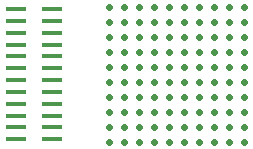
<source format=gbr>
G04 EAGLE Gerber RS-274X export*
G75*
%MOMM*%
%FSLAX34Y34*%
%LPD*%
%INSolderpaste Top*%
%IPPOS*%
%AMOC8*
5,1,8,0,0,1.08239X$1,22.5*%
G01*
%ADD10R,1.727200X0.330200*%
%ADD11C,0.554400*%


D10*
X34290Y165862D03*
X64770Y165862D03*
X34290Y176022D03*
X64770Y176022D03*
X34290Y185928D03*
X64770Y185928D03*
X34290Y196088D03*
X64770Y196088D03*
X34290Y205994D03*
X64770Y205994D03*
X34290Y215900D03*
X64770Y215900D03*
X34290Y226060D03*
X64770Y226060D03*
X34290Y235966D03*
X64770Y235966D03*
X34290Y245872D03*
X64770Y245872D03*
X34290Y256032D03*
X64770Y256032D03*
X34290Y265938D03*
X64770Y265938D03*
X34290Y276098D03*
X64770Y276098D03*
D11*
X113053Y163345D02*
X113109Y163345D01*
X113053Y163345D02*
X113053Y163401D01*
X113109Y163401D01*
X113109Y163345D01*
X125753Y163345D02*
X125809Y163345D01*
X125753Y163345D02*
X125753Y163401D01*
X125809Y163401D01*
X125809Y163345D01*
X138453Y163345D02*
X138509Y163345D01*
X138453Y163345D02*
X138453Y163401D01*
X138509Y163401D01*
X138509Y163345D01*
X151153Y163345D02*
X151209Y163345D01*
X151153Y163345D02*
X151153Y163401D01*
X151209Y163401D01*
X151209Y163345D01*
X163853Y163345D02*
X163909Y163345D01*
X163853Y163345D02*
X163853Y163401D01*
X163909Y163401D01*
X163909Y163345D01*
X176553Y163345D02*
X176609Y163345D01*
X176553Y163345D02*
X176553Y163401D01*
X176609Y163401D01*
X176609Y163345D01*
X189253Y163345D02*
X189309Y163345D01*
X189253Y163345D02*
X189253Y163401D01*
X189309Y163401D01*
X189309Y163345D01*
X201953Y163345D02*
X202009Y163345D01*
X201953Y163345D02*
X201953Y163401D01*
X202009Y163401D01*
X202009Y163345D01*
X214653Y163345D02*
X214709Y163345D01*
X214653Y163345D02*
X214653Y163401D01*
X214709Y163401D01*
X214709Y163345D01*
X227353Y163345D02*
X227409Y163345D01*
X227353Y163345D02*
X227353Y163401D01*
X227409Y163401D01*
X227409Y163345D01*
X227409Y176045D02*
X227353Y176045D01*
X227353Y176101D01*
X227409Y176101D01*
X227409Y176045D01*
X214709Y176045D02*
X214653Y176045D01*
X214653Y176101D01*
X214709Y176101D01*
X214709Y176045D01*
X202009Y176045D02*
X201953Y176045D01*
X201953Y176101D01*
X202009Y176101D01*
X202009Y176045D01*
X189309Y176045D02*
X189253Y176045D01*
X189253Y176101D01*
X189309Y176101D01*
X189309Y176045D01*
X176609Y176045D02*
X176553Y176045D01*
X176553Y176101D01*
X176609Y176101D01*
X176609Y176045D01*
X163909Y176045D02*
X163853Y176045D01*
X163853Y176101D01*
X163909Y176101D01*
X163909Y176045D01*
X151209Y176045D02*
X151153Y176045D01*
X151153Y176101D01*
X151209Y176101D01*
X151209Y176045D01*
X138509Y176045D02*
X138453Y176045D01*
X138453Y176101D01*
X138509Y176101D01*
X138509Y176045D01*
X125809Y176045D02*
X125753Y176045D01*
X125753Y176101D01*
X125809Y176101D01*
X125809Y176045D01*
X113109Y176045D02*
X113053Y176045D01*
X113053Y176101D01*
X113109Y176101D01*
X113109Y176045D01*
X113109Y188745D02*
X113053Y188745D01*
X113053Y188801D01*
X113109Y188801D01*
X113109Y188745D01*
X125753Y188745D02*
X125809Y188745D01*
X125753Y188745D02*
X125753Y188801D01*
X125809Y188801D01*
X125809Y188745D01*
X138453Y188745D02*
X138509Y188745D01*
X138453Y188745D02*
X138453Y188801D01*
X138509Y188801D01*
X138509Y188745D01*
X151153Y188745D02*
X151209Y188745D01*
X151153Y188745D02*
X151153Y188801D01*
X151209Y188801D01*
X151209Y188745D01*
X163853Y188745D02*
X163909Y188745D01*
X163853Y188745D02*
X163853Y188801D01*
X163909Y188801D01*
X163909Y188745D01*
X176553Y188745D02*
X176609Y188745D01*
X176553Y188745D02*
X176553Y188801D01*
X176609Y188801D01*
X176609Y188745D01*
X189253Y188745D02*
X189309Y188745D01*
X189253Y188745D02*
X189253Y188801D01*
X189309Y188801D01*
X189309Y188745D01*
X201953Y188745D02*
X202009Y188745D01*
X201953Y188745D02*
X201953Y188801D01*
X202009Y188801D01*
X202009Y188745D01*
X214653Y188745D02*
X214709Y188745D01*
X214653Y188745D02*
X214653Y188801D01*
X214709Y188801D01*
X214709Y188745D01*
X227353Y188745D02*
X227409Y188745D01*
X227353Y188745D02*
X227353Y188801D01*
X227409Y188801D01*
X227409Y188745D01*
X227409Y201445D02*
X227353Y201445D01*
X227353Y201501D01*
X227409Y201501D01*
X227409Y201445D01*
X214709Y201445D02*
X214653Y201445D01*
X214653Y201501D01*
X214709Y201501D01*
X214709Y201445D01*
X202009Y201445D02*
X201953Y201445D01*
X201953Y201501D01*
X202009Y201501D01*
X202009Y201445D01*
X189309Y201445D02*
X189253Y201445D01*
X189253Y201501D01*
X189309Y201501D01*
X189309Y201445D01*
X176609Y201445D02*
X176553Y201445D01*
X176553Y201501D01*
X176609Y201501D01*
X176609Y201445D01*
X163909Y201445D02*
X163853Y201445D01*
X163853Y201501D01*
X163909Y201501D01*
X163909Y201445D01*
X151209Y201445D02*
X151153Y201445D01*
X151153Y201501D01*
X151209Y201501D01*
X151209Y201445D01*
X138509Y201445D02*
X138453Y201445D01*
X138453Y201501D01*
X138509Y201501D01*
X138509Y201445D01*
X125809Y201445D02*
X125753Y201445D01*
X125753Y201501D01*
X125809Y201501D01*
X125809Y201445D01*
X113109Y201445D02*
X113053Y201445D01*
X113053Y201501D01*
X113109Y201501D01*
X113109Y201445D01*
X113109Y214145D02*
X113053Y214145D01*
X113053Y214201D01*
X113109Y214201D01*
X113109Y214145D01*
X125753Y214145D02*
X125809Y214145D01*
X125753Y214145D02*
X125753Y214201D01*
X125809Y214201D01*
X125809Y214145D01*
X138453Y214145D02*
X138509Y214145D01*
X138453Y214145D02*
X138453Y214201D01*
X138509Y214201D01*
X138509Y214145D01*
X151153Y214145D02*
X151209Y214145D01*
X151153Y214145D02*
X151153Y214201D01*
X151209Y214201D01*
X151209Y214145D01*
X163853Y214145D02*
X163909Y214145D01*
X163853Y214145D02*
X163853Y214201D01*
X163909Y214201D01*
X163909Y214145D01*
X176553Y214145D02*
X176609Y214145D01*
X176553Y214145D02*
X176553Y214201D01*
X176609Y214201D01*
X176609Y214145D01*
X189253Y214145D02*
X189309Y214145D01*
X189253Y214145D02*
X189253Y214201D01*
X189309Y214201D01*
X189309Y214145D01*
X201953Y214145D02*
X202009Y214145D01*
X201953Y214145D02*
X201953Y214201D01*
X202009Y214201D01*
X202009Y214145D01*
X214653Y214145D02*
X214709Y214145D01*
X214653Y214145D02*
X214653Y214201D01*
X214709Y214201D01*
X214709Y214145D01*
X227353Y214145D02*
X227409Y214145D01*
X227353Y214145D02*
X227353Y214201D01*
X227409Y214201D01*
X227409Y214145D01*
X227409Y226845D02*
X227353Y226845D01*
X227353Y226901D01*
X227409Y226901D01*
X227409Y226845D01*
X214709Y226845D02*
X214653Y226845D01*
X214653Y226901D01*
X214709Y226901D01*
X214709Y226845D01*
X202009Y226845D02*
X201953Y226845D01*
X201953Y226901D01*
X202009Y226901D01*
X202009Y226845D01*
X189309Y226845D02*
X189253Y226845D01*
X189253Y226901D01*
X189309Y226901D01*
X189309Y226845D01*
X176609Y226845D02*
X176553Y226845D01*
X176553Y226901D01*
X176609Y226901D01*
X176609Y226845D01*
X163909Y226845D02*
X163853Y226845D01*
X163853Y226901D01*
X163909Y226901D01*
X163909Y226845D01*
X151209Y226845D02*
X151153Y226845D01*
X151153Y226901D01*
X151209Y226901D01*
X151209Y226845D01*
X138509Y226845D02*
X138453Y226845D01*
X138453Y226901D01*
X138509Y226901D01*
X138509Y226845D01*
X125809Y226845D02*
X125753Y226845D01*
X125753Y226901D01*
X125809Y226901D01*
X125809Y226845D01*
X113109Y226845D02*
X113053Y226845D01*
X113053Y226901D01*
X113109Y226901D01*
X113109Y226845D01*
X113109Y239545D02*
X113053Y239545D01*
X113053Y239601D01*
X113109Y239601D01*
X113109Y239545D01*
X125753Y239545D02*
X125809Y239545D01*
X125753Y239545D02*
X125753Y239601D01*
X125809Y239601D01*
X125809Y239545D01*
X138453Y239545D02*
X138509Y239545D01*
X138453Y239545D02*
X138453Y239601D01*
X138509Y239601D01*
X138509Y239545D01*
X151153Y239545D02*
X151209Y239545D01*
X151153Y239545D02*
X151153Y239601D01*
X151209Y239601D01*
X151209Y239545D01*
X163853Y239545D02*
X163909Y239545D01*
X163853Y239545D02*
X163853Y239601D01*
X163909Y239601D01*
X163909Y239545D01*
X176553Y239545D02*
X176609Y239545D01*
X176553Y239545D02*
X176553Y239601D01*
X176609Y239601D01*
X176609Y239545D01*
X189253Y239545D02*
X189309Y239545D01*
X189253Y239545D02*
X189253Y239601D01*
X189309Y239601D01*
X189309Y239545D01*
X201953Y239545D02*
X202009Y239545D01*
X201953Y239545D02*
X201953Y239601D01*
X202009Y239601D01*
X202009Y239545D01*
X214653Y239545D02*
X214709Y239545D01*
X214653Y239545D02*
X214653Y239601D01*
X214709Y239601D01*
X214709Y239545D01*
X227353Y239545D02*
X227409Y239545D01*
X227353Y239545D02*
X227353Y239601D01*
X227409Y239601D01*
X227409Y239545D01*
X227409Y252245D02*
X227353Y252245D01*
X227353Y252301D01*
X227409Y252301D01*
X227409Y252245D01*
X214709Y252245D02*
X214653Y252245D01*
X214653Y252301D01*
X214709Y252301D01*
X214709Y252245D01*
X202009Y252245D02*
X201953Y252245D01*
X201953Y252301D01*
X202009Y252301D01*
X202009Y252245D01*
X189309Y252245D02*
X189253Y252245D01*
X189253Y252301D01*
X189309Y252301D01*
X189309Y252245D01*
X176609Y252245D02*
X176553Y252245D01*
X176553Y252301D01*
X176609Y252301D01*
X176609Y252245D01*
X163909Y252245D02*
X163853Y252245D01*
X163853Y252301D01*
X163909Y252301D01*
X163909Y252245D01*
X151209Y252245D02*
X151153Y252245D01*
X151153Y252301D01*
X151209Y252301D01*
X151209Y252245D01*
X138509Y252245D02*
X138453Y252245D01*
X138453Y252301D01*
X138509Y252301D01*
X138509Y252245D01*
X125809Y252245D02*
X125753Y252245D01*
X125753Y252301D01*
X125809Y252301D01*
X125809Y252245D01*
X113109Y252245D02*
X113053Y252245D01*
X113053Y252301D01*
X113109Y252301D01*
X113109Y252245D01*
X113109Y264945D02*
X113053Y264945D01*
X113053Y265001D01*
X113109Y265001D01*
X113109Y264945D01*
X125753Y264945D02*
X125809Y264945D01*
X125753Y264945D02*
X125753Y265001D01*
X125809Y265001D01*
X125809Y264945D01*
X138453Y264945D02*
X138509Y264945D01*
X138453Y264945D02*
X138453Y265001D01*
X138509Y265001D01*
X138509Y264945D01*
X151153Y264945D02*
X151209Y264945D01*
X151153Y264945D02*
X151153Y265001D01*
X151209Y265001D01*
X151209Y264945D01*
X163853Y264945D02*
X163909Y264945D01*
X163853Y264945D02*
X163853Y265001D01*
X163909Y265001D01*
X163909Y264945D01*
X176553Y264945D02*
X176609Y264945D01*
X176553Y264945D02*
X176553Y265001D01*
X176609Y265001D01*
X176609Y264945D01*
X189253Y264945D02*
X189309Y264945D01*
X189253Y264945D02*
X189253Y265001D01*
X189309Y265001D01*
X189309Y264945D01*
X201953Y264945D02*
X202009Y264945D01*
X201953Y264945D02*
X201953Y265001D01*
X202009Y265001D01*
X202009Y264945D01*
X214653Y264945D02*
X214709Y264945D01*
X214653Y264945D02*
X214653Y265001D01*
X214709Y265001D01*
X214709Y264945D01*
X227353Y264945D02*
X227409Y264945D01*
X227353Y264945D02*
X227353Y265001D01*
X227409Y265001D01*
X227409Y264945D01*
X227409Y277645D02*
X227353Y277645D01*
X227353Y277701D01*
X227409Y277701D01*
X227409Y277645D01*
X214709Y277645D02*
X214653Y277645D01*
X214653Y277701D01*
X214709Y277701D01*
X214709Y277645D01*
X202009Y277645D02*
X201953Y277645D01*
X201953Y277701D01*
X202009Y277701D01*
X202009Y277645D01*
X189309Y277645D02*
X189253Y277645D01*
X189253Y277701D01*
X189309Y277701D01*
X189309Y277645D01*
X176609Y277645D02*
X176553Y277645D01*
X176553Y277701D01*
X176609Y277701D01*
X176609Y277645D01*
X163909Y277645D02*
X163853Y277645D01*
X163853Y277701D01*
X163909Y277701D01*
X163909Y277645D01*
X151209Y277645D02*
X151153Y277645D01*
X151153Y277701D01*
X151209Y277701D01*
X151209Y277645D01*
X138509Y277645D02*
X138453Y277645D01*
X138453Y277701D01*
X138509Y277701D01*
X138509Y277645D01*
X125809Y277645D02*
X125753Y277645D01*
X125753Y277701D01*
X125809Y277701D01*
X125809Y277645D01*
X113109Y277645D02*
X113053Y277645D01*
X113053Y277701D01*
X113109Y277701D01*
X113109Y277645D01*
M02*

</source>
